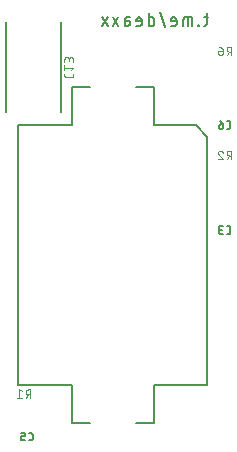
<source format=gbr>
G04 EAGLE Gerber RS-274X export*
G75*
%MOMM*%
%FSLAX34Y34*%
%LPD*%
%INSilkscreen Bottom*%
%IPPOS*%
%AMOC8*
5,1,8,0,0,1.08239X$1,22.5*%
G01*
%ADD10C,0.203200*%
%ADD11C,0.127000*%
%ADD12C,0.101600*%
%ADD13C,0.152400*%
%ADD14C,0.076200*%


D10*
X208409Y382278D02*
X204853Y382278D01*
X207224Y385834D02*
X207224Y376944D01*
X207222Y376862D01*
X207216Y376780D01*
X207207Y376698D01*
X207194Y376617D01*
X207177Y376537D01*
X207156Y376457D01*
X207132Y376379D01*
X207104Y376302D01*
X207073Y376226D01*
X207038Y376151D01*
X206999Y376079D01*
X206958Y376008D01*
X206913Y375939D01*
X206865Y375873D01*
X206814Y375808D01*
X206760Y375746D01*
X206703Y375687D01*
X206644Y375630D01*
X206582Y375576D01*
X206517Y375525D01*
X206451Y375477D01*
X206382Y375432D01*
X206311Y375391D01*
X206239Y375352D01*
X206164Y375317D01*
X206088Y375286D01*
X206011Y375258D01*
X205933Y375234D01*
X205853Y375213D01*
X205773Y375196D01*
X205692Y375183D01*
X205610Y375174D01*
X205528Y375168D01*
X205446Y375166D01*
X204853Y375166D01*
X200693Y375166D02*
X200693Y375759D01*
X200100Y375759D01*
X200100Y375166D01*
X200693Y375166D01*
X194809Y375166D02*
X194809Y382278D01*
X189475Y382278D01*
X189393Y382276D01*
X189311Y382270D01*
X189229Y382261D01*
X189148Y382248D01*
X189068Y382231D01*
X188988Y382210D01*
X188910Y382186D01*
X188833Y382158D01*
X188757Y382127D01*
X188682Y382092D01*
X188610Y382053D01*
X188539Y382012D01*
X188470Y381967D01*
X188404Y381919D01*
X188339Y381868D01*
X188277Y381814D01*
X188218Y381757D01*
X188161Y381698D01*
X188107Y381636D01*
X188056Y381571D01*
X188008Y381505D01*
X187963Y381436D01*
X187922Y381365D01*
X187883Y381293D01*
X187848Y381218D01*
X187817Y381142D01*
X187789Y381065D01*
X187765Y380987D01*
X187744Y380907D01*
X187727Y380827D01*
X187714Y380746D01*
X187705Y380664D01*
X187699Y380582D01*
X187697Y380500D01*
X187697Y375166D01*
X191253Y375166D02*
X191253Y382278D01*
X180034Y375166D02*
X177071Y375166D01*
X180034Y375166D02*
X180116Y375168D01*
X180198Y375174D01*
X180280Y375183D01*
X180361Y375196D01*
X180441Y375213D01*
X180521Y375234D01*
X180599Y375258D01*
X180676Y375286D01*
X180752Y375317D01*
X180827Y375352D01*
X180899Y375391D01*
X180970Y375432D01*
X181039Y375477D01*
X181105Y375525D01*
X181170Y375576D01*
X181232Y375630D01*
X181291Y375687D01*
X181348Y375746D01*
X181402Y375808D01*
X181453Y375873D01*
X181501Y375939D01*
X181546Y376008D01*
X181587Y376079D01*
X181626Y376151D01*
X181661Y376226D01*
X181692Y376302D01*
X181720Y376379D01*
X181744Y376457D01*
X181765Y376537D01*
X181782Y376617D01*
X181795Y376698D01*
X181804Y376780D01*
X181810Y376862D01*
X181812Y376944D01*
X181812Y379907D01*
X181813Y379907D02*
X181811Y380004D01*
X181805Y380100D01*
X181795Y380196D01*
X181781Y380292D01*
X181764Y380387D01*
X181742Y380482D01*
X181717Y380575D01*
X181688Y380667D01*
X181655Y380758D01*
X181618Y380848D01*
X181578Y380936D01*
X181534Y381022D01*
X181487Y381106D01*
X181437Y381189D01*
X181383Y381269D01*
X181325Y381347D01*
X181265Y381423D01*
X181202Y381496D01*
X181136Y381566D01*
X181066Y381634D01*
X180995Y381699D01*
X180920Y381761D01*
X180843Y381819D01*
X180764Y381875D01*
X180683Y381927D01*
X180599Y381976D01*
X180514Y382022D01*
X180427Y382064D01*
X180338Y382102D01*
X180248Y382137D01*
X180156Y382168D01*
X180063Y382195D01*
X179970Y382219D01*
X179875Y382238D01*
X179779Y382254D01*
X179683Y382266D01*
X179587Y382274D01*
X179490Y382278D01*
X179394Y382278D01*
X179297Y382274D01*
X179201Y382266D01*
X179105Y382254D01*
X179009Y382238D01*
X178914Y382219D01*
X178821Y382195D01*
X178728Y382168D01*
X178636Y382137D01*
X178546Y382102D01*
X178457Y382064D01*
X178370Y382022D01*
X178285Y381976D01*
X178201Y381927D01*
X178120Y381875D01*
X178041Y381819D01*
X177964Y381761D01*
X177889Y381699D01*
X177818Y381634D01*
X177748Y381566D01*
X177682Y381496D01*
X177619Y381423D01*
X177559Y381347D01*
X177501Y381269D01*
X177447Y381189D01*
X177397Y381106D01*
X177350Y381022D01*
X177306Y380936D01*
X177266Y380848D01*
X177229Y380758D01*
X177196Y380667D01*
X177167Y380575D01*
X177142Y380482D01*
X177120Y380387D01*
X177103Y380292D01*
X177089Y380196D01*
X177079Y380100D01*
X177073Y380004D01*
X177071Y379907D01*
X177071Y378722D01*
X181812Y378722D01*
X172287Y373981D02*
X167546Y387019D01*
X158109Y385834D02*
X158109Y375166D01*
X161073Y375166D01*
X161155Y375168D01*
X161237Y375174D01*
X161319Y375183D01*
X161400Y375196D01*
X161480Y375213D01*
X161560Y375234D01*
X161638Y375258D01*
X161715Y375286D01*
X161791Y375317D01*
X161866Y375352D01*
X161938Y375391D01*
X162009Y375432D01*
X162078Y375477D01*
X162144Y375525D01*
X162209Y375576D01*
X162271Y375630D01*
X162330Y375687D01*
X162387Y375746D01*
X162441Y375808D01*
X162492Y375873D01*
X162540Y375939D01*
X162585Y376008D01*
X162626Y376079D01*
X162665Y376151D01*
X162700Y376226D01*
X162731Y376302D01*
X162759Y376379D01*
X162783Y376457D01*
X162804Y376537D01*
X162821Y376617D01*
X162834Y376698D01*
X162843Y376780D01*
X162849Y376862D01*
X162851Y376944D01*
X162851Y380500D01*
X162849Y380582D01*
X162843Y380664D01*
X162834Y380746D01*
X162821Y380827D01*
X162804Y380907D01*
X162783Y380987D01*
X162759Y381065D01*
X162731Y381142D01*
X162700Y381218D01*
X162665Y381293D01*
X162626Y381365D01*
X162585Y381436D01*
X162540Y381505D01*
X162492Y381571D01*
X162441Y381636D01*
X162387Y381698D01*
X162330Y381757D01*
X162271Y381814D01*
X162209Y381868D01*
X162144Y381919D01*
X162078Y381967D01*
X162009Y382012D01*
X161938Y382053D01*
X161866Y382092D01*
X161791Y382127D01*
X161715Y382158D01*
X161638Y382186D01*
X161560Y382210D01*
X161480Y382231D01*
X161400Y382248D01*
X161319Y382261D01*
X161237Y382270D01*
X161155Y382276D01*
X161073Y382278D01*
X158109Y382278D01*
X150697Y375166D02*
X147734Y375166D01*
X150697Y375166D02*
X150779Y375168D01*
X150861Y375174D01*
X150943Y375183D01*
X151024Y375196D01*
X151104Y375213D01*
X151184Y375234D01*
X151262Y375258D01*
X151339Y375286D01*
X151415Y375317D01*
X151490Y375352D01*
X151562Y375391D01*
X151633Y375432D01*
X151702Y375477D01*
X151768Y375525D01*
X151833Y375576D01*
X151895Y375630D01*
X151954Y375687D01*
X152011Y375746D01*
X152065Y375808D01*
X152116Y375873D01*
X152164Y375939D01*
X152209Y376008D01*
X152250Y376079D01*
X152289Y376151D01*
X152324Y376226D01*
X152355Y376302D01*
X152383Y376379D01*
X152407Y376457D01*
X152428Y376537D01*
X152445Y376617D01*
X152458Y376698D01*
X152467Y376780D01*
X152473Y376862D01*
X152475Y376944D01*
X152475Y379907D01*
X152476Y379907D02*
X152474Y380004D01*
X152468Y380100D01*
X152458Y380196D01*
X152444Y380292D01*
X152427Y380387D01*
X152405Y380482D01*
X152380Y380575D01*
X152351Y380667D01*
X152318Y380758D01*
X152281Y380848D01*
X152241Y380936D01*
X152197Y381022D01*
X152150Y381106D01*
X152100Y381189D01*
X152046Y381269D01*
X151988Y381347D01*
X151928Y381423D01*
X151865Y381496D01*
X151799Y381566D01*
X151729Y381634D01*
X151658Y381699D01*
X151583Y381761D01*
X151506Y381819D01*
X151427Y381875D01*
X151346Y381927D01*
X151262Y381976D01*
X151177Y382022D01*
X151090Y382064D01*
X151001Y382102D01*
X150911Y382137D01*
X150819Y382168D01*
X150726Y382195D01*
X150633Y382219D01*
X150538Y382238D01*
X150442Y382254D01*
X150346Y382266D01*
X150250Y382274D01*
X150153Y382278D01*
X150057Y382278D01*
X149960Y382274D01*
X149864Y382266D01*
X149768Y382254D01*
X149672Y382238D01*
X149577Y382219D01*
X149484Y382195D01*
X149391Y382168D01*
X149299Y382137D01*
X149209Y382102D01*
X149120Y382064D01*
X149033Y382022D01*
X148948Y381976D01*
X148864Y381927D01*
X148783Y381875D01*
X148704Y381819D01*
X148627Y381761D01*
X148552Y381699D01*
X148481Y381634D01*
X148411Y381566D01*
X148345Y381496D01*
X148282Y381423D01*
X148222Y381347D01*
X148164Y381269D01*
X148110Y381189D01*
X148060Y381106D01*
X148013Y381022D01*
X147969Y380936D01*
X147929Y380848D01*
X147892Y380758D01*
X147859Y380667D01*
X147830Y380575D01*
X147805Y380482D01*
X147783Y380387D01*
X147766Y380292D01*
X147752Y380196D01*
X147742Y380100D01*
X147736Y380004D01*
X147734Y379907D01*
X147734Y378722D01*
X152475Y378722D01*
X140583Y379315D02*
X137916Y379315D01*
X140583Y379314D02*
X140672Y379312D01*
X140761Y379306D01*
X140850Y379297D01*
X140938Y379283D01*
X141026Y379266D01*
X141113Y379245D01*
X141198Y379221D01*
X141283Y379192D01*
X141366Y379160D01*
X141448Y379125D01*
X141529Y379086D01*
X141607Y379044D01*
X141684Y378998D01*
X141758Y378949D01*
X141831Y378897D01*
X141901Y378841D01*
X141969Y378783D01*
X142034Y378722D01*
X142096Y378658D01*
X142156Y378592D01*
X142212Y378523D01*
X142266Y378452D01*
X142317Y378378D01*
X142364Y378303D01*
X142408Y378225D01*
X142449Y378146D01*
X142486Y378065D01*
X142520Y377982D01*
X142550Y377898D01*
X142576Y377813D01*
X142599Y377726D01*
X142618Y377639D01*
X142634Y377551D01*
X142645Y377463D01*
X142653Y377374D01*
X142657Y377285D01*
X142657Y377195D01*
X142653Y377106D01*
X142645Y377017D01*
X142634Y376929D01*
X142618Y376841D01*
X142599Y376754D01*
X142576Y376667D01*
X142550Y376582D01*
X142520Y376498D01*
X142486Y376415D01*
X142449Y376334D01*
X142408Y376255D01*
X142364Y376177D01*
X142317Y376102D01*
X142266Y376028D01*
X142212Y375957D01*
X142156Y375888D01*
X142096Y375822D01*
X142034Y375758D01*
X141969Y375697D01*
X141901Y375639D01*
X141831Y375583D01*
X141758Y375531D01*
X141684Y375482D01*
X141607Y375436D01*
X141529Y375394D01*
X141448Y375355D01*
X141366Y375320D01*
X141283Y375288D01*
X141198Y375259D01*
X141113Y375235D01*
X141026Y375214D01*
X140938Y375197D01*
X140850Y375183D01*
X140761Y375174D01*
X140672Y375168D01*
X140583Y375166D01*
X137916Y375166D01*
X137916Y380500D01*
X137918Y380582D01*
X137924Y380664D01*
X137933Y380746D01*
X137946Y380827D01*
X137963Y380907D01*
X137984Y380987D01*
X138008Y381065D01*
X138036Y381142D01*
X138067Y381218D01*
X138102Y381293D01*
X138141Y381365D01*
X138182Y381436D01*
X138227Y381505D01*
X138275Y381571D01*
X138326Y381636D01*
X138380Y381698D01*
X138437Y381757D01*
X138496Y381814D01*
X138558Y381868D01*
X138623Y381919D01*
X138689Y381967D01*
X138758Y382012D01*
X138829Y382053D01*
X138901Y382092D01*
X138976Y382127D01*
X139052Y382158D01*
X139129Y382186D01*
X139207Y382210D01*
X139287Y382231D01*
X139367Y382248D01*
X139448Y382261D01*
X139530Y382270D01*
X139612Y382276D01*
X139694Y382278D01*
X142065Y382278D01*
X132663Y375166D02*
X127922Y382278D01*
X132663Y382278D02*
X127922Y375166D01*
X123519Y375166D02*
X118778Y382278D01*
X123519Y382278D02*
X118778Y375166D01*
D11*
X83788Y378000D02*
X83788Y302000D01*
X37788Y302000D02*
X37788Y378000D01*
D12*
X86948Y334466D02*
X86948Y332886D01*
X86950Y332808D01*
X86956Y332731D01*
X86965Y332654D01*
X86978Y332578D01*
X86995Y332502D01*
X87016Y332427D01*
X87040Y332354D01*
X87068Y332281D01*
X87100Y332210D01*
X87135Y332141D01*
X87173Y332074D01*
X87214Y332008D01*
X87259Y331945D01*
X87307Y331884D01*
X87357Y331825D01*
X87411Y331769D01*
X87467Y331715D01*
X87526Y331665D01*
X87587Y331617D01*
X87650Y331572D01*
X87716Y331531D01*
X87783Y331493D01*
X87852Y331458D01*
X87923Y331426D01*
X87996Y331398D01*
X88069Y331374D01*
X88144Y331353D01*
X88220Y331336D01*
X88296Y331323D01*
X88373Y331314D01*
X88450Y331308D01*
X88528Y331306D01*
X88528Y331305D02*
X92480Y331305D01*
X92480Y331306D02*
X92558Y331308D01*
X92635Y331314D01*
X92712Y331323D01*
X92788Y331336D01*
X92864Y331353D01*
X92939Y331374D01*
X93012Y331398D01*
X93085Y331426D01*
X93156Y331458D01*
X93225Y331493D01*
X93292Y331531D01*
X93358Y331572D01*
X93421Y331617D01*
X93482Y331665D01*
X93541Y331715D01*
X93597Y331769D01*
X93651Y331825D01*
X93701Y331884D01*
X93749Y331945D01*
X93794Y332008D01*
X93835Y332074D01*
X93873Y332141D01*
X93908Y332210D01*
X93940Y332281D01*
X93968Y332354D01*
X93992Y332427D01*
X94013Y332502D01*
X94030Y332578D01*
X94043Y332654D01*
X94052Y332731D01*
X94058Y332808D01*
X94060Y332886D01*
X94060Y334466D01*
X92480Y337428D02*
X94060Y339404D01*
X86948Y339404D01*
X86948Y337428D02*
X86948Y341380D01*
X86948Y344744D02*
X86948Y346719D01*
X86950Y346806D01*
X86956Y346894D01*
X86965Y346981D01*
X86979Y347067D01*
X86996Y347153D01*
X87017Y347237D01*
X87042Y347321D01*
X87071Y347404D01*
X87103Y347485D01*
X87138Y347565D01*
X87177Y347643D01*
X87220Y347720D01*
X87266Y347794D01*
X87315Y347866D01*
X87367Y347936D01*
X87423Y348004D01*
X87481Y348069D01*
X87542Y348132D01*
X87606Y348191D01*
X87673Y348248D01*
X87741Y348302D01*
X87813Y348353D01*
X87886Y348400D01*
X87961Y348445D01*
X88039Y348486D01*
X88118Y348523D01*
X88198Y348557D01*
X88280Y348587D01*
X88363Y348614D01*
X88448Y348637D01*
X88533Y348656D01*
X88619Y348671D01*
X88706Y348683D01*
X88793Y348691D01*
X88880Y348695D01*
X88968Y348695D01*
X89055Y348691D01*
X89142Y348683D01*
X89229Y348671D01*
X89315Y348656D01*
X89400Y348637D01*
X89485Y348614D01*
X89568Y348587D01*
X89650Y348557D01*
X89730Y348523D01*
X89809Y348486D01*
X89887Y348445D01*
X89962Y348400D01*
X90035Y348353D01*
X90107Y348302D01*
X90175Y348248D01*
X90242Y348191D01*
X90306Y348132D01*
X90367Y348069D01*
X90425Y348004D01*
X90481Y347936D01*
X90533Y347866D01*
X90582Y347794D01*
X90628Y347720D01*
X90671Y347643D01*
X90710Y347565D01*
X90745Y347485D01*
X90777Y347404D01*
X90806Y347321D01*
X90831Y347237D01*
X90852Y347153D01*
X90869Y347067D01*
X90883Y346981D01*
X90892Y346894D01*
X90898Y346806D01*
X90900Y346719D01*
X94060Y347114D02*
X94060Y344744D01*
X94060Y347114D02*
X94058Y347193D01*
X94052Y347271D01*
X94042Y347349D01*
X94029Y347427D01*
X94011Y347504D01*
X93990Y347580D01*
X93965Y347654D01*
X93936Y347728D01*
X93904Y347800D01*
X93868Y347870D01*
X93828Y347938D01*
X93785Y348004D01*
X93739Y348068D01*
X93690Y348130D01*
X93638Y348189D01*
X93583Y348245D01*
X93525Y348299D01*
X93465Y348349D01*
X93402Y348397D01*
X93337Y348441D01*
X93270Y348482D01*
X93201Y348520D01*
X93130Y348554D01*
X93057Y348585D01*
X92983Y348612D01*
X92908Y348635D01*
X92832Y348654D01*
X92754Y348670D01*
X92676Y348682D01*
X92598Y348690D01*
X92519Y348694D01*
X92441Y348694D01*
X92362Y348690D01*
X92284Y348682D01*
X92206Y348670D01*
X92128Y348654D01*
X92052Y348635D01*
X91977Y348612D01*
X91903Y348585D01*
X91830Y348554D01*
X91759Y348520D01*
X91690Y348482D01*
X91623Y348441D01*
X91558Y348397D01*
X91495Y348349D01*
X91435Y348299D01*
X91377Y348245D01*
X91322Y348189D01*
X91270Y348130D01*
X91221Y348068D01*
X91175Y348004D01*
X91132Y347938D01*
X91092Y347870D01*
X91056Y347800D01*
X91024Y347728D01*
X90995Y347654D01*
X90970Y347580D01*
X90949Y347504D01*
X90931Y347427D01*
X90918Y347349D01*
X90908Y347271D01*
X90902Y347193D01*
X90900Y347114D01*
X90899Y347114D02*
X90899Y345534D01*
D13*
X92948Y323000D02*
X108696Y323000D01*
X92948Y323000D02*
X92948Y290982D01*
X47990Y290982D01*
X47990Y71018D01*
X92948Y71018D01*
X92948Y39000D01*
X163052Y39000D02*
X163052Y71018D01*
X208010Y71018D01*
X208010Y280982D01*
X198010Y290982D01*
X163052Y290982D01*
X163052Y323000D01*
X147304Y323000D01*
X108442Y39000D02*
X92948Y39000D01*
X147304Y39000D02*
X163052Y39000D01*
D14*
X228319Y261881D02*
X228319Y269247D01*
X226273Y269247D01*
X226184Y269245D01*
X226095Y269239D01*
X226006Y269229D01*
X225918Y269216D01*
X225830Y269199D01*
X225743Y269177D01*
X225658Y269152D01*
X225573Y269124D01*
X225490Y269091D01*
X225408Y269055D01*
X225328Y269016D01*
X225250Y268973D01*
X225174Y268927D01*
X225099Y268877D01*
X225027Y268824D01*
X224958Y268768D01*
X224891Y268709D01*
X224826Y268648D01*
X224765Y268583D01*
X224706Y268516D01*
X224650Y268447D01*
X224597Y268375D01*
X224547Y268300D01*
X224501Y268224D01*
X224458Y268146D01*
X224419Y268066D01*
X224383Y267984D01*
X224350Y267901D01*
X224322Y267816D01*
X224297Y267731D01*
X224275Y267644D01*
X224258Y267556D01*
X224245Y267468D01*
X224235Y267379D01*
X224229Y267290D01*
X224227Y267201D01*
X224229Y267112D01*
X224235Y267023D01*
X224245Y266934D01*
X224258Y266846D01*
X224275Y266758D01*
X224297Y266671D01*
X224322Y266586D01*
X224350Y266501D01*
X224383Y266418D01*
X224419Y266336D01*
X224458Y266256D01*
X224501Y266178D01*
X224547Y266102D01*
X224597Y266027D01*
X224650Y265955D01*
X224706Y265886D01*
X224765Y265819D01*
X224826Y265754D01*
X224891Y265693D01*
X224958Y265634D01*
X225027Y265578D01*
X225099Y265525D01*
X225174Y265475D01*
X225250Y265429D01*
X225328Y265386D01*
X225408Y265347D01*
X225490Y265311D01*
X225573Y265278D01*
X225658Y265250D01*
X225743Y265225D01*
X225830Y265203D01*
X225918Y265186D01*
X226006Y265173D01*
X226095Y265163D01*
X226184Y265157D01*
X226273Y265155D01*
X228319Y265155D01*
X225864Y265155D02*
X224227Y261881D01*
X216962Y267406D02*
X216964Y267491D01*
X216970Y267576D01*
X216980Y267660D01*
X216993Y267744D01*
X217011Y267828D01*
X217032Y267910D01*
X217057Y267991D01*
X217086Y268071D01*
X217119Y268150D01*
X217155Y268227D01*
X217195Y268302D01*
X217238Y268376D01*
X217284Y268447D01*
X217334Y268516D01*
X217387Y268583D01*
X217443Y268647D01*
X217502Y268708D01*
X217563Y268767D01*
X217627Y268823D01*
X217694Y268876D01*
X217763Y268926D01*
X217834Y268972D01*
X217908Y269015D01*
X217983Y269055D01*
X218060Y269091D01*
X218139Y269124D01*
X218219Y269153D01*
X218300Y269178D01*
X218382Y269199D01*
X218466Y269217D01*
X218550Y269230D01*
X218634Y269240D01*
X218719Y269246D01*
X218804Y269248D01*
X218804Y269247D02*
X218900Y269245D01*
X218996Y269239D01*
X219091Y269229D01*
X219186Y269216D01*
X219281Y269198D01*
X219374Y269177D01*
X219467Y269152D01*
X219558Y269123D01*
X219649Y269091D01*
X219738Y269055D01*
X219825Y269015D01*
X219911Y268972D01*
X219995Y268926D01*
X220077Y268876D01*
X220157Y268822D01*
X220234Y268766D01*
X220309Y268706D01*
X220382Y268644D01*
X220452Y268578D01*
X220520Y268510D01*
X220585Y268439D01*
X220646Y268366D01*
X220705Y268290D01*
X220761Y268211D01*
X220813Y268131D01*
X220862Y268048D01*
X220908Y267964D01*
X220950Y267878D01*
X220988Y267790D01*
X221023Y267701D01*
X221055Y267610D01*
X217577Y265974D02*
X217517Y266033D01*
X217460Y266095D01*
X217405Y266159D01*
X217354Y266226D01*
X217305Y266295D01*
X217259Y266365D01*
X217216Y266438D01*
X217176Y266512D01*
X217140Y266588D01*
X217107Y266666D01*
X217077Y266745D01*
X217050Y266825D01*
X217027Y266906D01*
X217008Y266988D01*
X216992Y267070D01*
X216979Y267154D01*
X216970Y267238D01*
X216965Y267322D01*
X216963Y267406D01*
X217577Y265973D02*
X221055Y261881D01*
X216963Y261881D01*
D13*
X224345Y198762D02*
X225813Y198762D01*
X225887Y198764D01*
X225962Y198770D01*
X226035Y198779D01*
X226109Y198792D01*
X226181Y198809D01*
X226252Y198829D01*
X226323Y198853D01*
X226392Y198881D01*
X226460Y198912D01*
X226525Y198946D01*
X226590Y198984D01*
X226652Y199025D01*
X226712Y199069D01*
X226769Y199116D01*
X226824Y199166D01*
X226877Y199219D01*
X226927Y199274D01*
X226974Y199331D01*
X227018Y199391D01*
X227059Y199453D01*
X227097Y199518D01*
X227131Y199584D01*
X227162Y199651D01*
X227190Y199720D01*
X227214Y199791D01*
X227234Y199862D01*
X227251Y199935D01*
X227264Y200008D01*
X227273Y200082D01*
X227279Y200156D01*
X227281Y200230D01*
X227280Y200230D02*
X227280Y203898D01*
X227281Y203898D02*
X227279Y203972D01*
X227273Y204047D01*
X227264Y204120D01*
X227251Y204193D01*
X227234Y204266D01*
X227214Y204337D01*
X227190Y204408D01*
X227162Y204477D01*
X227131Y204544D01*
X227097Y204610D01*
X227059Y204675D01*
X227018Y204737D01*
X226974Y204797D01*
X226927Y204854D01*
X226877Y204909D01*
X226824Y204962D01*
X226769Y205012D01*
X226712Y205059D01*
X226652Y205103D01*
X226590Y205144D01*
X226525Y205182D01*
X226460Y205216D01*
X226392Y205247D01*
X226323Y205275D01*
X226253Y205299D01*
X226181Y205319D01*
X226109Y205336D01*
X226035Y205349D01*
X225962Y205358D01*
X225887Y205364D01*
X225813Y205366D01*
X224345Y205366D01*
X221149Y198762D02*
X219314Y198762D01*
X219229Y198764D01*
X219145Y198770D01*
X219061Y198780D01*
X218977Y198793D01*
X218894Y198811D01*
X218812Y198832D01*
X218731Y198857D01*
X218651Y198886D01*
X218573Y198918D01*
X218497Y198954D01*
X218422Y198994D01*
X218349Y199037D01*
X218278Y199083D01*
X218209Y199132D01*
X218142Y199185D01*
X218078Y199241D01*
X218017Y199299D01*
X217959Y199360D01*
X217903Y199424D01*
X217850Y199491D01*
X217801Y199560D01*
X217755Y199631D01*
X217712Y199704D01*
X217672Y199779D01*
X217636Y199855D01*
X217604Y199933D01*
X217575Y200013D01*
X217550Y200094D01*
X217529Y200176D01*
X217511Y200259D01*
X217498Y200343D01*
X217488Y200427D01*
X217482Y200511D01*
X217480Y200596D01*
X217482Y200681D01*
X217488Y200765D01*
X217498Y200849D01*
X217511Y200933D01*
X217529Y201016D01*
X217550Y201098D01*
X217575Y201179D01*
X217604Y201259D01*
X217636Y201337D01*
X217672Y201413D01*
X217712Y201488D01*
X217755Y201561D01*
X217801Y201632D01*
X217850Y201701D01*
X217903Y201768D01*
X217959Y201832D01*
X218017Y201893D01*
X218078Y201951D01*
X218142Y202007D01*
X218209Y202060D01*
X218278Y202109D01*
X218349Y202155D01*
X218422Y202198D01*
X218497Y202238D01*
X218573Y202274D01*
X218651Y202306D01*
X218731Y202335D01*
X218812Y202360D01*
X218894Y202381D01*
X218977Y202399D01*
X219061Y202412D01*
X219145Y202422D01*
X219229Y202428D01*
X219314Y202430D01*
X218947Y205366D02*
X221149Y205366D01*
X218947Y205366D02*
X218871Y205364D01*
X218796Y205358D01*
X218721Y205349D01*
X218647Y205335D01*
X218573Y205318D01*
X218501Y205296D01*
X218429Y205272D01*
X218359Y205243D01*
X218291Y205211D01*
X218224Y205176D01*
X218159Y205137D01*
X218096Y205094D01*
X218036Y205049D01*
X217978Y205001D01*
X217922Y204949D01*
X217870Y204895D01*
X217820Y204838D01*
X217773Y204779D01*
X217729Y204718D01*
X217688Y204654D01*
X217651Y204588D01*
X217617Y204520D01*
X217587Y204451D01*
X217560Y204380D01*
X217537Y204308D01*
X217518Y204235D01*
X217503Y204161D01*
X217491Y204086D01*
X217483Y204011D01*
X217479Y203936D01*
X217479Y203860D01*
X217483Y203785D01*
X217491Y203710D01*
X217503Y203635D01*
X217518Y203561D01*
X217537Y203488D01*
X217560Y203416D01*
X217587Y203345D01*
X217617Y203276D01*
X217651Y203208D01*
X217688Y203142D01*
X217729Y203078D01*
X217773Y203017D01*
X217820Y202958D01*
X217870Y202901D01*
X217922Y202847D01*
X217978Y202795D01*
X218036Y202747D01*
X218096Y202702D01*
X218159Y202659D01*
X218224Y202620D01*
X218291Y202585D01*
X218359Y202553D01*
X218429Y202524D01*
X218501Y202500D01*
X218573Y202478D01*
X218647Y202461D01*
X218721Y202447D01*
X218796Y202438D01*
X218871Y202432D01*
X218947Y202430D01*
X218947Y202431D02*
X220415Y202431D01*
D14*
X58119Y67047D02*
X58119Y59681D01*
X58119Y67047D02*
X56073Y67047D01*
X55984Y67045D01*
X55895Y67039D01*
X55806Y67029D01*
X55718Y67016D01*
X55630Y66999D01*
X55543Y66977D01*
X55458Y66952D01*
X55373Y66924D01*
X55290Y66891D01*
X55208Y66855D01*
X55128Y66816D01*
X55050Y66773D01*
X54974Y66727D01*
X54899Y66677D01*
X54827Y66624D01*
X54758Y66568D01*
X54691Y66509D01*
X54626Y66448D01*
X54565Y66383D01*
X54506Y66316D01*
X54450Y66247D01*
X54397Y66175D01*
X54347Y66100D01*
X54301Y66024D01*
X54258Y65946D01*
X54219Y65866D01*
X54183Y65784D01*
X54150Y65701D01*
X54122Y65616D01*
X54097Y65531D01*
X54075Y65444D01*
X54058Y65356D01*
X54045Y65268D01*
X54035Y65179D01*
X54029Y65090D01*
X54027Y65001D01*
X54029Y64912D01*
X54035Y64823D01*
X54045Y64734D01*
X54058Y64646D01*
X54075Y64558D01*
X54097Y64471D01*
X54122Y64386D01*
X54150Y64301D01*
X54183Y64218D01*
X54219Y64136D01*
X54258Y64056D01*
X54301Y63978D01*
X54347Y63902D01*
X54397Y63827D01*
X54450Y63755D01*
X54506Y63686D01*
X54565Y63619D01*
X54626Y63554D01*
X54691Y63493D01*
X54758Y63434D01*
X54827Y63378D01*
X54899Y63325D01*
X54974Y63275D01*
X55050Y63229D01*
X55128Y63186D01*
X55208Y63147D01*
X55290Y63111D01*
X55373Y63078D01*
X55458Y63050D01*
X55543Y63025D01*
X55630Y63003D01*
X55718Y62986D01*
X55806Y62973D01*
X55895Y62963D01*
X55984Y62957D01*
X56073Y62955D01*
X58119Y62955D01*
X55664Y62955D02*
X54027Y59681D01*
X50855Y65410D02*
X48809Y67047D01*
X48809Y59681D01*
X50855Y59681D02*
X46763Y59681D01*
D13*
X56965Y24014D02*
X58433Y24014D01*
X58507Y24016D01*
X58582Y24022D01*
X58655Y24031D01*
X58729Y24044D01*
X58801Y24061D01*
X58872Y24081D01*
X58943Y24105D01*
X59012Y24133D01*
X59080Y24164D01*
X59145Y24198D01*
X59210Y24236D01*
X59272Y24277D01*
X59332Y24321D01*
X59389Y24368D01*
X59444Y24418D01*
X59497Y24471D01*
X59547Y24526D01*
X59594Y24583D01*
X59638Y24643D01*
X59679Y24705D01*
X59717Y24770D01*
X59751Y24836D01*
X59782Y24903D01*
X59810Y24972D01*
X59834Y25043D01*
X59854Y25114D01*
X59871Y25187D01*
X59884Y25260D01*
X59893Y25334D01*
X59899Y25408D01*
X59901Y25482D01*
X59900Y25482D02*
X59900Y29150D01*
X59901Y29150D02*
X59899Y29224D01*
X59893Y29299D01*
X59884Y29372D01*
X59871Y29445D01*
X59854Y29518D01*
X59834Y29589D01*
X59810Y29660D01*
X59782Y29729D01*
X59751Y29796D01*
X59717Y29862D01*
X59679Y29927D01*
X59638Y29989D01*
X59594Y30049D01*
X59547Y30106D01*
X59497Y30161D01*
X59444Y30214D01*
X59389Y30264D01*
X59332Y30311D01*
X59272Y30355D01*
X59210Y30396D01*
X59145Y30434D01*
X59080Y30468D01*
X59012Y30499D01*
X58943Y30527D01*
X58873Y30551D01*
X58801Y30571D01*
X58729Y30588D01*
X58655Y30601D01*
X58582Y30610D01*
X58507Y30616D01*
X58433Y30618D01*
X56965Y30618D01*
X53769Y24014D02*
X51567Y24014D01*
X51493Y24016D01*
X51418Y24022D01*
X51345Y24031D01*
X51271Y24044D01*
X51199Y24061D01*
X51128Y24081D01*
X51057Y24105D01*
X50988Y24133D01*
X50921Y24164D01*
X50855Y24198D01*
X50790Y24236D01*
X50728Y24277D01*
X50668Y24321D01*
X50611Y24368D01*
X50556Y24418D01*
X50503Y24471D01*
X50453Y24526D01*
X50406Y24583D01*
X50362Y24643D01*
X50321Y24705D01*
X50283Y24770D01*
X50249Y24835D01*
X50218Y24903D01*
X50190Y24972D01*
X50166Y25043D01*
X50146Y25114D01*
X50129Y25186D01*
X50116Y25260D01*
X50107Y25333D01*
X50101Y25408D01*
X50099Y25482D01*
X50100Y25482D02*
X50100Y26215D01*
X50099Y26215D02*
X50101Y26289D01*
X50107Y26364D01*
X50116Y26437D01*
X50129Y26511D01*
X50146Y26583D01*
X50166Y26654D01*
X50190Y26725D01*
X50218Y26794D01*
X50249Y26861D01*
X50283Y26927D01*
X50321Y26992D01*
X50362Y27054D01*
X50406Y27114D01*
X50453Y27171D01*
X50503Y27226D01*
X50556Y27279D01*
X50611Y27329D01*
X50668Y27376D01*
X50728Y27420D01*
X50790Y27461D01*
X50855Y27499D01*
X50921Y27533D01*
X50988Y27564D01*
X51057Y27592D01*
X51128Y27616D01*
X51199Y27636D01*
X51271Y27653D01*
X51345Y27666D01*
X51418Y27675D01*
X51493Y27681D01*
X51567Y27683D01*
X53769Y27683D01*
X53769Y30618D01*
X50100Y30618D01*
D14*
X228319Y349881D02*
X228319Y357247D01*
X226273Y357247D01*
X226184Y357245D01*
X226095Y357239D01*
X226006Y357229D01*
X225918Y357216D01*
X225830Y357199D01*
X225743Y357177D01*
X225658Y357152D01*
X225573Y357124D01*
X225490Y357091D01*
X225408Y357055D01*
X225328Y357016D01*
X225250Y356973D01*
X225174Y356927D01*
X225099Y356877D01*
X225027Y356824D01*
X224958Y356768D01*
X224891Y356709D01*
X224826Y356648D01*
X224765Y356583D01*
X224706Y356516D01*
X224650Y356447D01*
X224597Y356375D01*
X224547Y356300D01*
X224501Y356224D01*
X224458Y356146D01*
X224419Y356066D01*
X224383Y355984D01*
X224350Y355901D01*
X224322Y355816D01*
X224297Y355731D01*
X224275Y355644D01*
X224258Y355556D01*
X224245Y355468D01*
X224235Y355379D01*
X224229Y355290D01*
X224227Y355201D01*
X224229Y355112D01*
X224235Y355023D01*
X224245Y354934D01*
X224258Y354846D01*
X224275Y354758D01*
X224297Y354671D01*
X224322Y354586D01*
X224350Y354501D01*
X224383Y354418D01*
X224419Y354336D01*
X224458Y354256D01*
X224501Y354178D01*
X224547Y354102D01*
X224597Y354027D01*
X224650Y353955D01*
X224706Y353886D01*
X224765Y353819D01*
X224826Y353754D01*
X224891Y353693D01*
X224958Y353634D01*
X225027Y353578D01*
X225099Y353525D01*
X225174Y353475D01*
X225250Y353429D01*
X225328Y353386D01*
X225408Y353347D01*
X225490Y353311D01*
X225573Y353278D01*
X225658Y353250D01*
X225743Y353225D01*
X225830Y353203D01*
X225918Y353186D01*
X226006Y353173D01*
X226095Y353163D01*
X226184Y353157D01*
X226273Y353155D01*
X228319Y353155D01*
X225864Y353155D02*
X224227Y349881D01*
X221055Y353973D02*
X218600Y353973D01*
X218520Y353971D01*
X218440Y353965D01*
X218360Y353955D01*
X218281Y353942D01*
X218202Y353924D01*
X218125Y353903D01*
X218049Y353877D01*
X217974Y353848D01*
X217900Y353816D01*
X217828Y353780D01*
X217758Y353740D01*
X217691Y353697D01*
X217625Y353651D01*
X217562Y353601D01*
X217501Y353549D01*
X217442Y353494D01*
X217387Y353435D01*
X217335Y353375D01*
X217285Y353311D01*
X217239Y353245D01*
X217196Y353178D01*
X217156Y353108D01*
X217120Y353036D01*
X217088Y352962D01*
X217059Y352888D01*
X217033Y352811D01*
X217012Y352734D01*
X216994Y352655D01*
X216981Y352576D01*
X216971Y352496D01*
X216965Y352416D01*
X216963Y352336D01*
X216963Y351927D01*
X216965Y351838D01*
X216971Y351749D01*
X216981Y351660D01*
X216994Y351572D01*
X217011Y351484D01*
X217033Y351397D01*
X217058Y351312D01*
X217086Y351227D01*
X217119Y351144D01*
X217155Y351062D01*
X217194Y350982D01*
X217237Y350904D01*
X217283Y350828D01*
X217333Y350753D01*
X217386Y350681D01*
X217442Y350612D01*
X217501Y350545D01*
X217562Y350480D01*
X217627Y350419D01*
X217694Y350360D01*
X217763Y350304D01*
X217835Y350251D01*
X217910Y350201D01*
X217986Y350155D01*
X218064Y350112D01*
X218144Y350073D01*
X218226Y350037D01*
X218309Y350004D01*
X218394Y349976D01*
X218479Y349951D01*
X218566Y349929D01*
X218654Y349912D01*
X218742Y349899D01*
X218831Y349889D01*
X218920Y349883D01*
X219009Y349881D01*
X219098Y349883D01*
X219187Y349889D01*
X219276Y349899D01*
X219364Y349912D01*
X219452Y349929D01*
X219539Y349951D01*
X219624Y349976D01*
X219709Y350004D01*
X219792Y350037D01*
X219874Y350073D01*
X219954Y350112D01*
X220032Y350155D01*
X220108Y350201D01*
X220183Y350251D01*
X220255Y350304D01*
X220324Y350360D01*
X220391Y350419D01*
X220456Y350480D01*
X220517Y350545D01*
X220576Y350612D01*
X220632Y350681D01*
X220685Y350753D01*
X220735Y350828D01*
X220781Y350904D01*
X220824Y350982D01*
X220863Y351062D01*
X220899Y351144D01*
X220932Y351227D01*
X220960Y351312D01*
X220985Y351397D01*
X221007Y351484D01*
X221024Y351572D01*
X221037Y351660D01*
X221047Y351749D01*
X221053Y351838D01*
X221055Y351927D01*
X221055Y353973D01*
X221053Y354085D01*
X221047Y354196D01*
X221038Y354308D01*
X221025Y354419D01*
X221007Y354529D01*
X220987Y354639D01*
X220962Y354748D01*
X220934Y354856D01*
X220902Y354963D01*
X220866Y355069D01*
X220827Y355174D01*
X220784Y355277D01*
X220738Y355379D01*
X220688Y355479D01*
X220635Y355578D01*
X220578Y355674D01*
X220519Y355769D01*
X220456Y355861D01*
X220390Y355951D01*
X220321Y356039D01*
X220249Y356125D01*
X220174Y356208D01*
X220096Y356288D01*
X220016Y356366D01*
X219933Y356441D01*
X219847Y356513D01*
X219759Y356582D01*
X219669Y356648D01*
X219577Y356711D01*
X219482Y356770D01*
X219386Y356827D01*
X219287Y356880D01*
X219187Y356930D01*
X219085Y356976D01*
X218982Y357019D01*
X218877Y357058D01*
X218771Y357094D01*
X218664Y357126D01*
X218556Y357154D01*
X218447Y357179D01*
X218337Y357199D01*
X218227Y357217D01*
X218116Y357230D01*
X218004Y357239D01*
X217893Y357245D01*
X217781Y357247D01*
D13*
X224345Y287762D02*
X225813Y287762D01*
X225887Y287764D01*
X225962Y287770D01*
X226035Y287779D01*
X226109Y287792D01*
X226181Y287809D01*
X226252Y287829D01*
X226323Y287853D01*
X226392Y287881D01*
X226460Y287912D01*
X226525Y287946D01*
X226590Y287984D01*
X226652Y288025D01*
X226712Y288069D01*
X226769Y288116D01*
X226824Y288166D01*
X226877Y288219D01*
X226927Y288274D01*
X226974Y288331D01*
X227018Y288391D01*
X227059Y288453D01*
X227097Y288518D01*
X227131Y288584D01*
X227162Y288651D01*
X227190Y288720D01*
X227214Y288791D01*
X227234Y288862D01*
X227251Y288935D01*
X227264Y289008D01*
X227273Y289082D01*
X227279Y289156D01*
X227281Y289230D01*
X227280Y289230D02*
X227280Y292898D01*
X227281Y292898D02*
X227279Y292972D01*
X227273Y293047D01*
X227264Y293120D01*
X227251Y293193D01*
X227234Y293266D01*
X227214Y293337D01*
X227190Y293408D01*
X227162Y293477D01*
X227131Y293544D01*
X227097Y293610D01*
X227059Y293675D01*
X227018Y293737D01*
X226974Y293797D01*
X226927Y293854D01*
X226877Y293909D01*
X226824Y293962D01*
X226769Y294012D01*
X226712Y294059D01*
X226652Y294103D01*
X226590Y294144D01*
X226525Y294182D01*
X226460Y294216D01*
X226392Y294247D01*
X226323Y294275D01*
X226253Y294299D01*
X226181Y294319D01*
X226109Y294336D01*
X226035Y294349D01*
X225962Y294358D01*
X225887Y294364D01*
X225813Y294366D01*
X224345Y294366D01*
X221149Y291431D02*
X218947Y291431D01*
X218873Y291429D01*
X218798Y291423D01*
X218725Y291414D01*
X218651Y291401D01*
X218579Y291384D01*
X218508Y291364D01*
X218437Y291340D01*
X218368Y291312D01*
X218301Y291281D01*
X218235Y291247D01*
X218170Y291209D01*
X218108Y291168D01*
X218048Y291124D01*
X217991Y291077D01*
X217936Y291027D01*
X217883Y290974D01*
X217833Y290919D01*
X217786Y290862D01*
X217742Y290802D01*
X217701Y290740D01*
X217663Y290675D01*
X217629Y290609D01*
X217598Y290542D01*
X217570Y290473D01*
X217546Y290402D01*
X217526Y290331D01*
X217509Y290259D01*
X217496Y290185D01*
X217487Y290112D01*
X217481Y290037D01*
X217479Y289963D01*
X217480Y289963D02*
X217480Y289596D01*
X217482Y289511D01*
X217488Y289427D01*
X217498Y289343D01*
X217511Y289259D01*
X217529Y289176D01*
X217550Y289094D01*
X217575Y289013D01*
X217604Y288933D01*
X217636Y288855D01*
X217672Y288779D01*
X217712Y288704D01*
X217755Y288631D01*
X217801Y288560D01*
X217850Y288491D01*
X217903Y288424D01*
X217959Y288360D01*
X218017Y288299D01*
X218078Y288241D01*
X218142Y288185D01*
X218209Y288132D01*
X218278Y288083D01*
X218349Y288037D01*
X218422Y287994D01*
X218497Y287954D01*
X218573Y287918D01*
X218651Y287886D01*
X218731Y287857D01*
X218812Y287832D01*
X218894Y287811D01*
X218977Y287793D01*
X219061Y287780D01*
X219145Y287770D01*
X219229Y287764D01*
X219314Y287762D01*
X219399Y287764D01*
X219483Y287770D01*
X219567Y287780D01*
X219651Y287793D01*
X219734Y287811D01*
X219816Y287832D01*
X219897Y287857D01*
X219977Y287886D01*
X220055Y287918D01*
X220131Y287954D01*
X220206Y287994D01*
X220279Y288037D01*
X220350Y288083D01*
X220419Y288132D01*
X220486Y288185D01*
X220550Y288241D01*
X220611Y288299D01*
X220669Y288360D01*
X220725Y288424D01*
X220778Y288491D01*
X220827Y288560D01*
X220873Y288631D01*
X220916Y288704D01*
X220956Y288779D01*
X220992Y288855D01*
X221024Y288933D01*
X221053Y289013D01*
X221078Y289094D01*
X221099Y289176D01*
X221117Y289259D01*
X221130Y289343D01*
X221140Y289427D01*
X221146Y289511D01*
X221148Y289596D01*
X221149Y289596D02*
X221149Y291431D01*
X221147Y291538D01*
X221141Y291645D01*
X221131Y291752D01*
X221118Y291858D01*
X221100Y291964D01*
X221079Y292069D01*
X221054Y292173D01*
X221025Y292277D01*
X220992Y292379D01*
X220955Y292479D01*
X220915Y292579D01*
X220871Y292677D01*
X220824Y292773D01*
X220773Y292867D01*
X220719Y292960D01*
X220662Y293050D01*
X220601Y293139D01*
X220537Y293225D01*
X220470Y293308D01*
X220400Y293390D01*
X220327Y293468D01*
X220251Y293544D01*
X220173Y293617D01*
X220091Y293687D01*
X220008Y293754D01*
X219922Y293818D01*
X219833Y293879D01*
X219743Y293936D01*
X219650Y293990D01*
X219556Y294041D01*
X219460Y294088D01*
X219362Y294132D01*
X219263Y294172D01*
X219162Y294209D01*
X219060Y294242D01*
X218956Y294271D01*
X218852Y294296D01*
X218747Y294317D01*
X218641Y294335D01*
X218535Y294348D01*
X218428Y294358D01*
X218321Y294364D01*
X218214Y294366D01*
M02*

</source>
